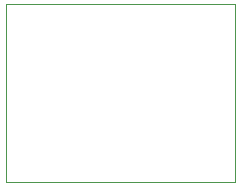
<source format=gko>
G75*
%MOIN*%
%OFA0B0*%
%FSLAX25Y25*%
%IPPOS*%
%LPD*%
%AMOC8*
5,1,8,0,0,1.08239X$1,22.5*
%
%ADD10C,0.00000*%
D10*
X0001063Y0001000D02*
X0001063Y0060055D01*
X0077441Y0060055D01*
X0077441Y0001000D01*
X0001063Y0001000D01*
M02*

</source>
